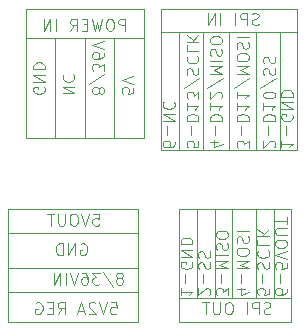
<source format=gbr>
%TF.GenerationSoftware,KiCad,Pcbnew,9.0.2*%
%TF.CreationDate,2025-07-05T13:36:24+12:00*%
%TF.ProjectId,SPI-POWER-INJECTOR,5350492d-504f-4574-9552-2d494e4a4543,rev?*%
%TF.SameCoordinates,Original*%
%TF.FileFunction,Legend,Bot*%
%TF.FilePolarity,Positive*%
%FSLAX46Y46*%
G04 Gerber Fmt 4.6, Leading zero omitted, Abs format (unit mm)*
G04 Created by KiCad (PCBNEW 9.0.2) date 2025-07-05 13:36:24*
%MOMM*%
%LPD*%
G01*
G04 APERTURE LIST*
%ADD10C,0.125000*%
%ADD11C,0.100000*%
G04 APERTURE END LIST*
D10*
X147703478Y-93371119D02*
X148179668Y-93371119D01*
X148179668Y-93371119D02*
X148227287Y-93847309D01*
X148227287Y-93847309D02*
X148179668Y-93799690D01*
X148179668Y-93799690D02*
X148084430Y-93752071D01*
X148084430Y-93752071D02*
X147846335Y-93752071D01*
X147846335Y-93752071D02*
X147751097Y-93799690D01*
X147751097Y-93799690D02*
X147703478Y-93847309D01*
X147703478Y-93847309D02*
X147655859Y-93942547D01*
X147655859Y-93942547D02*
X147655859Y-94180642D01*
X147655859Y-94180642D02*
X147703478Y-94275880D01*
X147703478Y-94275880D02*
X147751097Y-94323500D01*
X147751097Y-94323500D02*
X147846335Y-94371119D01*
X147846335Y-94371119D02*
X148084430Y-94371119D01*
X148084430Y-94371119D02*
X148179668Y-94323500D01*
X148179668Y-94323500D02*
X148227287Y-94275880D01*
X147370144Y-93371119D02*
X147036811Y-94371119D01*
X147036811Y-94371119D02*
X146703478Y-93371119D01*
X146179668Y-93371119D02*
X145989192Y-93371119D01*
X145989192Y-93371119D02*
X145893954Y-93418738D01*
X145893954Y-93418738D02*
X145798716Y-93513976D01*
X145798716Y-93513976D02*
X145751097Y-93704452D01*
X145751097Y-93704452D02*
X145751097Y-94037785D01*
X145751097Y-94037785D02*
X145798716Y-94228261D01*
X145798716Y-94228261D02*
X145893954Y-94323500D01*
X145893954Y-94323500D02*
X145989192Y-94371119D01*
X145989192Y-94371119D02*
X146179668Y-94371119D01*
X146179668Y-94371119D02*
X146274906Y-94323500D01*
X146274906Y-94323500D02*
X146370144Y-94228261D01*
X146370144Y-94228261D02*
X146417763Y-94037785D01*
X146417763Y-94037785D02*
X146417763Y-93704452D01*
X146417763Y-93704452D02*
X146370144Y-93513976D01*
X146370144Y-93513976D02*
X146274906Y-93418738D01*
X146274906Y-93418738D02*
X146179668Y-93371119D01*
X145322525Y-93371119D02*
X145322525Y-94180642D01*
X145322525Y-94180642D02*
X145274906Y-94275880D01*
X145274906Y-94275880D02*
X145227287Y-94323500D01*
X145227287Y-94323500D02*
X145132049Y-94371119D01*
X145132049Y-94371119D02*
X144941573Y-94371119D01*
X144941573Y-94371119D02*
X144846335Y-94323500D01*
X144846335Y-94323500D02*
X144798716Y-94275880D01*
X144798716Y-94275880D02*
X144751097Y-94180642D01*
X144751097Y-94180642D02*
X144751097Y-93371119D01*
X144417763Y-93371119D02*
X143846335Y-93371119D01*
X144132049Y-94371119D02*
X144132049Y-93371119D01*
D11*
X154627580Y-87267544D02*
X154627580Y-87458020D01*
X154627580Y-87458020D02*
X154579961Y-87553258D01*
X154579961Y-87553258D02*
X154532342Y-87600877D01*
X154532342Y-87600877D02*
X154389485Y-87696115D01*
X154389485Y-87696115D02*
X154199009Y-87743734D01*
X154199009Y-87743734D02*
X153818057Y-87743734D01*
X153818057Y-87743734D02*
X153722819Y-87696115D01*
X153722819Y-87696115D02*
X153675200Y-87648496D01*
X153675200Y-87648496D02*
X153627580Y-87553258D01*
X153627580Y-87553258D02*
X153627580Y-87362782D01*
X153627580Y-87362782D02*
X153675200Y-87267544D01*
X153675200Y-87267544D02*
X153722819Y-87219925D01*
X153722819Y-87219925D02*
X153818057Y-87172306D01*
X153818057Y-87172306D02*
X154056152Y-87172306D01*
X154056152Y-87172306D02*
X154151390Y-87219925D01*
X154151390Y-87219925D02*
X154199009Y-87267544D01*
X154199009Y-87267544D02*
X154246628Y-87362782D01*
X154246628Y-87362782D02*
X154246628Y-87553258D01*
X154246628Y-87553258D02*
X154199009Y-87648496D01*
X154199009Y-87648496D02*
X154151390Y-87696115D01*
X154151390Y-87696115D02*
X154056152Y-87743734D01*
X154008533Y-86743734D02*
X154008533Y-85981830D01*
X153627580Y-85505639D02*
X154627580Y-85505639D01*
X154627580Y-85505639D02*
X153627580Y-84934211D01*
X153627580Y-84934211D02*
X154627580Y-84934211D01*
X153722819Y-83886592D02*
X153675200Y-83934211D01*
X153675200Y-83934211D02*
X153627580Y-84077068D01*
X153627580Y-84077068D02*
X153627580Y-84172306D01*
X153627580Y-84172306D02*
X153675200Y-84315163D01*
X153675200Y-84315163D02*
X153770438Y-84410401D01*
X153770438Y-84410401D02*
X153865676Y-84458020D01*
X153865676Y-84458020D02*
X154056152Y-84505639D01*
X154056152Y-84505639D02*
X154199009Y-84505639D01*
X154199009Y-84505639D02*
X154389485Y-84458020D01*
X154389485Y-84458020D02*
X154484723Y-84410401D01*
X154484723Y-84410401D02*
X154579961Y-84315163D01*
X154579961Y-84315163D02*
X154627580Y-84172306D01*
X154627580Y-84172306D02*
X154627580Y-84077068D01*
X154627580Y-84077068D02*
X154579961Y-83934211D01*
X154579961Y-83934211D02*
X154532342Y-83886592D01*
X156627580Y-87219925D02*
X156627580Y-87696115D01*
X156627580Y-87696115D02*
X156151390Y-87743734D01*
X156151390Y-87743734D02*
X156199009Y-87696115D01*
X156199009Y-87696115D02*
X156246628Y-87600877D01*
X156246628Y-87600877D02*
X156246628Y-87362782D01*
X156246628Y-87362782D02*
X156199009Y-87267544D01*
X156199009Y-87267544D02*
X156151390Y-87219925D01*
X156151390Y-87219925D02*
X156056152Y-87172306D01*
X156056152Y-87172306D02*
X155818057Y-87172306D01*
X155818057Y-87172306D02*
X155722819Y-87219925D01*
X155722819Y-87219925D02*
X155675200Y-87267544D01*
X155675200Y-87267544D02*
X155627580Y-87362782D01*
X155627580Y-87362782D02*
X155627580Y-87600877D01*
X155627580Y-87600877D02*
X155675200Y-87696115D01*
X155675200Y-87696115D02*
X155722819Y-87743734D01*
X156008533Y-86743734D02*
X156008533Y-85981830D01*
X155627580Y-85505639D02*
X156627580Y-85505639D01*
X156627580Y-85505639D02*
X156627580Y-85267544D01*
X156627580Y-85267544D02*
X156579961Y-85124687D01*
X156579961Y-85124687D02*
X156484723Y-85029449D01*
X156484723Y-85029449D02*
X156389485Y-84981830D01*
X156389485Y-84981830D02*
X156199009Y-84934211D01*
X156199009Y-84934211D02*
X156056152Y-84934211D01*
X156056152Y-84934211D02*
X155865676Y-84981830D01*
X155865676Y-84981830D02*
X155770438Y-85029449D01*
X155770438Y-85029449D02*
X155675200Y-85124687D01*
X155675200Y-85124687D02*
X155627580Y-85267544D01*
X155627580Y-85267544D02*
X155627580Y-85505639D01*
X155627580Y-83981830D02*
X155627580Y-84553258D01*
X155627580Y-84267544D02*
X156627580Y-84267544D01*
X156627580Y-84267544D02*
X156484723Y-84362782D01*
X156484723Y-84362782D02*
X156389485Y-84458020D01*
X156389485Y-84458020D02*
X156341866Y-84553258D01*
X156627580Y-83648496D02*
X156627580Y-83029449D01*
X156627580Y-83029449D02*
X156246628Y-83362782D01*
X156246628Y-83362782D02*
X156246628Y-83219925D01*
X156246628Y-83219925D02*
X156199009Y-83124687D01*
X156199009Y-83124687D02*
X156151390Y-83077068D01*
X156151390Y-83077068D02*
X156056152Y-83029449D01*
X156056152Y-83029449D02*
X155818057Y-83029449D01*
X155818057Y-83029449D02*
X155722819Y-83077068D01*
X155722819Y-83077068D02*
X155675200Y-83124687D01*
X155675200Y-83124687D02*
X155627580Y-83219925D01*
X155627580Y-83219925D02*
X155627580Y-83505639D01*
X155627580Y-83505639D02*
X155675200Y-83600877D01*
X155675200Y-83600877D02*
X155722819Y-83648496D01*
X156675200Y-81886592D02*
X155389485Y-82743734D01*
X155675200Y-81600877D02*
X155627580Y-81458020D01*
X155627580Y-81458020D02*
X155627580Y-81219925D01*
X155627580Y-81219925D02*
X155675200Y-81124687D01*
X155675200Y-81124687D02*
X155722819Y-81077068D01*
X155722819Y-81077068D02*
X155818057Y-81029449D01*
X155818057Y-81029449D02*
X155913295Y-81029449D01*
X155913295Y-81029449D02*
X156008533Y-81077068D01*
X156008533Y-81077068D02*
X156056152Y-81124687D01*
X156056152Y-81124687D02*
X156103771Y-81219925D01*
X156103771Y-81219925D02*
X156151390Y-81410401D01*
X156151390Y-81410401D02*
X156199009Y-81505639D01*
X156199009Y-81505639D02*
X156246628Y-81553258D01*
X156246628Y-81553258D02*
X156341866Y-81600877D01*
X156341866Y-81600877D02*
X156437104Y-81600877D01*
X156437104Y-81600877D02*
X156532342Y-81553258D01*
X156532342Y-81553258D02*
X156579961Y-81505639D01*
X156579961Y-81505639D02*
X156627580Y-81410401D01*
X156627580Y-81410401D02*
X156627580Y-81172306D01*
X156627580Y-81172306D02*
X156579961Y-81029449D01*
X155722819Y-80029449D02*
X155675200Y-80077068D01*
X155675200Y-80077068D02*
X155627580Y-80219925D01*
X155627580Y-80219925D02*
X155627580Y-80315163D01*
X155627580Y-80315163D02*
X155675200Y-80458020D01*
X155675200Y-80458020D02*
X155770438Y-80553258D01*
X155770438Y-80553258D02*
X155865676Y-80600877D01*
X155865676Y-80600877D02*
X156056152Y-80648496D01*
X156056152Y-80648496D02*
X156199009Y-80648496D01*
X156199009Y-80648496D02*
X156389485Y-80600877D01*
X156389485Y-80600877D02*
X156484723Y-80553258D01*
X156484723Y-80553258D02*
X156579961Y-80458020D01*
X156579961Y-80458020D02*
X156627580Y-80315163D01*
X156627580Y-80315163D02*
X156627580Y-80219925D01*
X156627580Y-80219925D02*
X156579961Y-80077068D01*
X156579961Y-80077068D02*
X156532342Y-80029449D01*
X155627580Y-79124687D02*
X155627580Y-79600877D01*
X155627580Y-79600877D02*
X156627580Y-79600877D01*
X155627580Y-78791353D02*
X156627580Y-78791353D01*
X155627580Y-78219925D02*
X156199009Y-78648496D01*
X156627580Y-78219925D02*
X156056152Y-78791353D01*
X158294247Y-87267544D02*
X157627580Y-87267544D01*
X158675200Y-87505639D02*
X157960914Y-87743734D01*
X157960914Y-87743734D02*
X157960914Y-87124687D01*
X158008533Y-86743734D02*
X158008533Y-85981830D01*
X157627580Y-85505639D02*
X158627580Y-85505639D01*
X158627580Y-85505639D02*
X158627580Y-85267544D01*
X158627580Y-85267544D02*
X158579961Y-85124687D01*
X158579961Y-85124687D02*
X158484723Y-85029449D01*
X158484723Y-85029449D02*
X158389485Y-84981830D01*
X158389485Y-84981830D02*
X158199009Y-84934211D01*
X158199009Y-84934211D02*
X158056152Y-84934211D01*
X158056152Y-84934211D02*
X157865676Y-84981830D01*
X157865676Y-84981830D02*
X157770438Y-85029449D01*
X157770438Y-85029449D02*
X157675200Y-85124687D01*
X157675200Y-85124687D02*
X157627580Y-85267544D01*
X157627580Y-85267544D02*
X157627580Y-85505639D01*
X157627580Y-83981830D02*
X157627580Y-84553258D01*
X157627580Y-84267544D02*
X158627580Y-84267544D01*
X158627580Y-84267544D02*
X158484723Y-84362782D01*
X158484723Y-84362782D02*
X158389485Y-84458020D01*
X158389485Y-84458020D02*
X158341866Y-84553258D01*
X158532342Y-83600877D02*
X158579961Y-83553258D01*
X158579961Y-83553258D02*
X158627580Y-83458020D01*
X158627580Y-83458020D02*
X158627580Y-83219925D01*
X158627580Y-83219925D02*
X158579961Y-83124687D01*
X158579961Y-83124687D02*
X158532342Y-83077068D01*
X158532342Y-83077068D02*
X158437104Y-83029449D01*
X158437104Y-83029449D02*
X158341866Y-83029449D01*
X158341866Y-83029449D02*
X158199009Y-83077068D01*
X158199009Y-83077068D02*
X157627580Y-83648496D01*
X157627580Y-83648496D02*
X157627580Y-83029449D01*
X158675200Y-81886592D02*
X157389485Y-82743734D01*
X157627580Y-81553258D02*
X158627580Y-81553258D01*
X158627580Y-81553258D02*
X157913295Y-81219925D01*
X157913295Y-81219925D02*
X158627580Y-80886592D01*
X158627580Y-80886592D02*
X157627580Y-80886592D01*
X157627580Y-80410401D02*
X158627580Y-80410401D01*
X157675200Y-79981830D02*
X157627580Y-79838973D01*
X157627580Y-79838973D02*
X157627580Y-79600878D01*
X157627580Y-79600878D02*
X157675200Y-79505640D01*
X157675200Y-79505640D02*
X157722819Y-79458021D01*
X157722819Y-79458021D02*
X157818057Y-79410402D01*
X157818057Y-79410402D02*
X157913295Y-79410402D01*
X157913295Y-79410402D02*
X158008533Y-79458021D01*
X158008533Y-79458021D02*
X158056152Y-79505640D01*
X158056152Y-79505640D02*
X158103771Y-79600878D01*
X158103771Y-79600878D02*
X158151390Y-79791354D01*
X158151390Y-79791354D02*
X158199009Y-79886592D01*
X158199009Y-79886592D02*
X158246628Y-79934211D01*
X158246628Y-79934211D02*
X158341866Y-79981830D01*
X158341866Y-79981830D02*
X158437104Y-79981830D01*
X158437104Y-79981830D02*
X158532342Y-79934211D01*
X158532342Y-79934211D02*
X158579961Y-79886592D01*
X158579961Y-79886592D02*
X158627580Y-79791354D01*
X158627580Y-79791354D02*
X158627580Y-79553259D01*
X158627580Y-79553259D02*
X158579961Y-79410402D01*
X158627580Y-78791354D02*
X158627580Y-78600878D01*
X158627580Y-78600878D02*
X158579961Y-78505640D01*
X158579961Y-78505640D02*
X158484723Y-78410402D01*
X158484723Y-78410402D02*
X158294247Y-78362783D01*
X158294247Y-78362783D02*
X157960914Y-78362783D01*
X157960914Y-78362783D02*
X157770438Y-78410402D01*
X157770438Y-78410402D02*
X157675200Y-78505640D01*
X157675200Y-78505640D02*
X157627580Y-78600878D01*
X157627580Y-78600878D02*
X157627580Y-78791354D01*
X157627580Y-78791354D02*
X157675200Y-78886592D01*
X157675200Y-78886592D02*
X157770438Y-78981830D01*
X157770438Y-78981830D02*
X157960914Y-79029449D01*
X157960914Y-79029449D02*
X158294247Y-79029449D01*
X158294247Y-79029449D02*
X158484723Y-78981830D01*
X158484723Y-78981830D02*
X158579961Y-78886592D01*
X158579961Y-78886592D02*
X158627580Y-78791354D01*
X160877580Y-87791353D02*
X160877580Y-87172306D01*
X160877580Y-87172306D02*
X160496628Y-87505639D01*
X160496628Y-87505639D02*
X160496628Y-87362782D01*
X160496628Y-87362782D02*
X160449009Y-87267544D01*
X160449009Y-87267544D02*
X160401390Y-87219925D01*
X160401390Y-87219925D02*
X160306152Y-87172306D01*
X160306152Y-87172306D02*
X160068057Y-87172306D01*
X160068057Y-87172306D02*
X159972819Y-87219925D01*
X159972819Y-87219925D02*
X159925200Y-87267544D01*
X159925200Y-87267544D02*
X159877580Y-87362782D01*
X159877580Y-87362782D02*
X159877580Y-87648496D01*
X159877580Y-87648496D02*
X159925200Y-87743734D01*
X159925200Y-87743734D02*
X159972819Y-87791353D01*
X160258533Y-86743734D02*
X160258533Y-85981830D01*
X159877580Y-85505639D02*
X160877580Y-85505639D01*
X160877580Y-85505639D02*
X160877580Y-85267544D01*
X160877580Y-85267544D02*
X160829961Y-85124687D01*
X160829961Y-85124687D02*
X160734723Y-85029449D01*
X160734723Y-85029449D02*
X160639485Y-84981830D01*
X160639485Y-84981830D02*
X160449009Y-84934211D01*
X160449009Y-84934211D02*
X160306152Y-84934211D01*
X160306152Y-84934211D02*
X160115676Y-84981830D01*
X160115676Y-84981830D02*
X160020438Y-85029449D01*
X160020438Y-85029449D02*
X159925200Y-85124687D01*
X159925200Y-85124687D02*
X159877580Y-85267544D01*
X159877580Y-85267544D02*
X159877580Y-85505639D01*
X159877580Y-83981830D02*
X159877580Y-84553258D01*
X159877580Y-84267544D02*
X160877580Y-84267544D01*
X160877580Y-84267544D02*
X160734723Y-84362782D01*
X160734723Y-84362782D02*
X160639485Y-84458020D01*
X160639485Y-84458020D02*
X160591866Y-84553258D01*
X159877580Y-83029449D02*
X159877580Y-83600877D01*
X159877580Y-83315163D02*
X160877580Y-83315163D01*
X160877580Y-83315163D02*
X160734723Y-83410401D01*
X160734723Y-83410401D02*
X160639485Y-83505639D01*
X160639485Y-83505639D02*
X160591866Y-83600877D01*
X160925200Y-81886592D02*
X159639485Y-82743734D01*
X159877580Y-81553258D02*
X160877580Y-81553258D01*
X160877580Y-81553258D02*
X160163295Y-81219925D01*
X160163295Y-81219925D02*
X160877580Y-80886592D01*
X160877580Y-80886592D02*
X159877580Y-80886592D01*
X160877580Y-80219925D02*
X160877580Y-80029449D01*
X160877580Y-80029449D02*
X160829961Y-79934211D01*
X160829961Y-79934211D02*
X160734723Y-79838973D01*
X160734723Y-79838973D02*
X160544247Y-79791354D01*
X160544247Y-79791354D02*
X160210914Y-79791354D01*
X160210914Y-79791354D02*
X160020438Y-79838973D01*
X160020438Y-79838973D02*
X159925200Y-79934211D01*
X159925200Y-79934211D02*
X159877580Y-80029449D01*
X159877580Y-80029449D02*
X159877580Y-80219925D01*
X159877580Y-80219925D02*
X159925200Y-80315163D01*
X159925200Y-80315163D02*
X160020438Y-80410401D01*
X160020438Y-80410401D02*
X160210914Y-80458020D01*
X160210914Y-80458020D02*
X160544247Y-80458020D01*
X160544247Y-80458020D02*
X160734723Y-80410401D01*
X160734723Y-80410401D02*
X160829961Y-80315163D01*
X160829961Y-80315163D02*
X160877580Y-80219925D01*
X159925200Y-79410401D02*
X159877580Y-79267544D01*
X159877580Y-79267544D02*
X159877580Y-79029449D01*
X159877580Y-79029449D02*
X159925200Y-78934211D01*
X159925200Y-78934211D02*
X159972819Y-78886592D01*
X159972819Y-78886592D02*
X160068057Y-78838973D01*
X160068057Y-78838973D02*
X160163295Y-78838973D01*
X160163295Y-78838973D02*
X160258533Y-78886592D01*
X160258533Y-78886592D02*
X160306152Y-78934211D01*
X160306152Y-78934211D02*
X160353771Y-79029449D01*
X160353771Y-79029449D02*
X160401390Y-79219925D01*
X160401390Y-79219925D02*
X160449009Y-79315163D01*
X160449009Y-79315163D02*
X160496628Y-79362782D01*
X160496628Y-79362782D02*
X160591866Y-79410401D01*
X160591866Y-79410401D02*
X160687104Y-79410401D01*
X160687104Y-79410401D02*
X160782342Y-79362782D01*
X160782342Y-79362782D02*
X160829961Y-79315163D01*
X160829961Y-79315163D02*
X160877580Y-79219925D01*
X160877580Y-79219925D02*
X160877580Y-78981830D01*
X160877580Y-78981830D02*
X160829961Y-78838973D01*
X159877580Y-78410401D02*
X160877580Y-78410401D01*
X163032342Y-87743734D02*
X163079961Y-87696115D01*
X163079961Y-87696115D02*
X163127580Y-87600877D01*
X163127580Y-87600877D02*
X163127580Y-87362782D01*
X163127580Y-87362782D02*
X163079961Y-87267544D01*
X163079961Y-87267544D02*
X163032342Y-87219925D01*
X163032342Y-87219925D02*
X162937104Y-87172306D01*
X162937104Y-87172306D02*
X162841866Y-87172306D01*
X162841866Y-87172306D02*
X162699009Y-87219925D01*
X162699009Y-87219925D02*
X162127580Y-87791353D01*
X162127580Y-87791353D02*
X162127580Y-87172306D01*
X162508533Y-86743734D02*
X162508533Y-85981830D01*
X162127580Y-85505639D02*
X163127580Y-85505639D01*
X163127580Y-85505639D02*
X163127580Y-85267544D01*
X163127580Y-85267544D02*
X163079961Y-85124687D01*
X163079961Y-85124687D02*
X162984723Y-85029449D01*
X162984723Y-85029449D02*
X162889485Y-84981830D01*
X162889485Y-84981830D02*
X162699009Y-84934211D01*
X162699009Y-84934211D02*
X162556152Y-84934211D01*
X162556152Y-84934211D02*
X162365676Y-84981830D01*
X162365676Y-84981830D02*
X162270438Y-85029449D01*
X162270438Y-85029449D02*
X162175200Y-85124687D01*
X162175200Y-85124687D02*
X162127580Y-85267544D01*
X162127580Y-85267544D02*
X162127580Y-85505639D01*
X162127580Y-83981830D02*
X162127580Y-84553258D01*
X162127580Y-84267544D02*
X163127580Y-84267544D01*
X163127580Y-84267544D02*
X162984723Y-84362782D01*
X162984723Y-84362782D02*
X162889485Y-84458020D01*
X162889485Y-84458020D02*
X162841866Y-84553258D01*
X163127580Y-83362782D02*
X163127580Y-83267544D01*
X163127580Y-83267544D02*
X163079961Y-83172306D01*
X163079961Y-83172306D02*
X163032342Y-83124687D01*
X163032342Y-83124687D02*
X162937104Y-83077068D01*
X162937104Y-83077068D02*
X162746628Y-83029449D01*
X162746628Y-83029449D02*
X162508533Y-83029449D01*
X162508533Y-83029449D02*
X162318057Y-83077068D01*
X162318057Y-83077068D02*
X162222819Y-83124687D01*
X162222819Y-83124687D02*
X162175200Y-83172306D01*
X162175200Y-83172306D02*
X162127580Y-83267544D01*
X162127580Y-83267544D02*
X162127580Y-83362782D01*
X162127580Y-83362782D02*
X162175200Y-83458020D01*
X162175200Y-83458020D02*
X162222819Y-83505639D01*
X162222819Y-83505639D02*
X162318057Y-83553258D01*
X162318057Y-83553258D02*
X162508533Y-83600877D01*
X162508533Y-83600877D02*
X162746628Y-83600877D01*
X162746628Y-83600877D02*
X162937104Y-83553258D01*
X162937104Y-83553258D02*
X163032342Y-83505639D01*
X163032342Y-83505639D02*
X163079961Y-83458020D01*
X163079961Y-83458020D02*
X163127580Y-83362782D01*
X163175200Y-81886592D02*
X161889485Y-82743734D01*
X162175200Y-81600877D02*
X162127580Y-81458020D01*
X162127580Y-81458020D02*
X162127580Y-81219925D01*
X162127580Y-81219925D02*
X162175200Y-81124687D01*
X162175200Y-81124687D02*
X162222819Y-81077068D01*
X162222819Y-81077068D02*
X162318057Y-81029449D01*
X162318057Y-81029449D02*
X162413295Y-81029449D01*
X162413295Y-81029449D02*
X162508533Y-81077068D01*
X162508533Y-81077068D02*
X162556152Y-81124687D01*
X162556152Y-81124687D02*
X162603771Y-81219925D01*
X162603771Y-81219925D02*
X162651390Y-81410401D01*
X162651390Y-81410401D02*
X162699009Y-81505639D01*
X162699009Y-81505639D02*
X162746628Y-81553258D01*
X162746628Y-81553258D02*
X162841866Y-81600877D01*
X162841866Y-81600877D02*
X162937104Y-81600877D01*
X162937104Y-81600877D02*
X163032342Y-81553258D01*
X163032342Y-81553258D02*
X163079961Y-81505639D01*
X163079961Y-81505639D02*
X163127580Y-81410401D01*
X163127580Y-81410401D02*
X163127580Y-81172306D01*
X163127580Y-81172306D02*
X163079961Y-81029449D01*
X162175200Y-80648496D02*
X162127580Y-80505639D01*
X162127580Y-80505639D02*
X162127580Y-80267544D01*
X162127580Y-80267544D02*
X162175200Y-80172306D01*
X162175200Y-80172306D02*
X162222819Y-80124687D01*
X162222819Y-80124687D02*
X162318057Y-80077068D01*
X162318057Y-80077068D02*
X162413295Y-80077068D01*
X162413295Y-80077068D02*
X162508533Y-80124687D01*
X162508533Y-80124687D02*
X162556152Y-80172306D01*
X162556152Y-80172306D02*
X162603771Y-80267544D01*
X162603771Y-80267544D02*
X162651390Y-80458020D01*
X162651390Y-80458020D02*
X162699009Y-80553258D01*
X162699009Y-80553258D02*
X162746628Y-80600877D01*
X162746628Y-80600877D02*
X162841866Y-80648496D01*
X162841866Y-80648496D02*
X162937104Y-80648496D01*
X162937104Y-80648496D02*
X163032342Y-80600877D01*
X163032342Y-80600877D02*
X163079961Y-80553258D01*
X163079961Y-80553258D02*
X163127580Y-80458020D01*
X163127580Y-80458020D02*
X163127580Y-80219925D01*
X163127580Y-80219925D02*
X163079961Y-80077068D01*
X163627580Y-87172306D02*
X163627580Y-87743734D01*
X163627580Y-87458020D02*
X164627580Y-87458020D01*
X164627580Y-87458020D02*
X164484723Y-87553258D01*
X164484723Y-87553258D02*
X164389485Y-87648496D01*
X164389485Y-87648496D02*
X164341866Y-87743734D01*
X164008533Y-86743734D02*
X164008533Y-85981830D01*
X164579961Y-84981830D02*
X164627580Y-85077068D01*
X164627580Y-85077068D02*
X164627580Y-85219925D01*
X164627580Y-85219925D02*
X164579961Y-85362782D01*
X164579961Y-85362782D02*
X164484723Y-85458020D01*
X164484723Y-85458020D02*
X164389485Y-85505639D01*
X164389485Y-85505639D02*
X164199009Y-85553258D01*
X164199009Y-85553258D02*
X164056152Y-85553258D01*
X164056152Y-85553258D02*
X163865676Y-85505639D01*
X163865676Y-85505639D02*
X163770438Y-85458020D01*
X163770438Y-85458020D02*
X163675200Y-85362782D01*
X163675200Y-85362782D02*
X163627580Y-85219925D01*
X163627580Y-85219925D02*
X163627580Y-85124687D01*
X163627580Y-85124687D02*
X163675200Y-84981830D01*
X163675200Y-84981830D02*
X163722819Y-84934211D01*
X163722819Y-84934211D02*
X164056152Y-84934211D01*
X164056152Y-84934211D02*
X164056152Y-85124687D01*
X163627580Y-84505639D02*
X164627580Y-84505639D01*
X164627580Y-84505639D02*
X163627580Y-83934211D01*
X163627580Y-83934211D02*
X164627580Y-83934211D01*
X163627580Y-83458020D02*
X164627580Y-83458020D01*
X164627580Y-83458020D02*
X164627580Y-83219925D01*
X164627580Y-83219925D02*
X164579961Y-83077068D01*
X164579961Y-83077068D02*
X164484723Y-82981830D01*
X164484723Y-82981830D02*
X164389485Y-82934211D01*
X164389485Y-82934211D02*
X164199009Y-82886592D01*
X164199009Y-82886592D02*
X164056152Y-82886592D01*
X164056152Y-82886592D02*
X163865676Y-82934211D01*
X163865676Y-82934211D02*
X163770438Y-82981830D01*
X163770438Y-82981830D02*
X163675200Y-83077068D01*
X163675200Y-83077068D02*
X163627580Y-83219925D01*
X163627580Y-83219925D02*
X163627580Y-83458020D01*
X155127580Y-99672306D02*
X155127580Y-100243734D01*
X155127580Y-99958020D02*
X156127580Y-99958020D01*
X156127580Y-99958020D02*
X155984723Y-100053258D01*
X155984723Y-100053258D02*
X155889485Y-100148496D01*
X155889485Y-100148496D02*
X155841866Y-100243734D01*
X155508533Y-99243734D02*
X155508533Y-98481830D01*
X156079961Y-97481830D02*
X156127580Y-97577068D01*
X156127580Y-97577068D02*
X156127580Y-97719925D01*
X156127580Y-97719925D02*
X156079961Y-97862782D01*
X156079961Y-97862782D02*
X155984723Y-97958020D01*
X155984723Y-97958020D02*
X155889485Y-98005639D01*
X155889485Y-98005639D02*
X155699009Y-98053258D01*
X155699009Y-98053258D02*
X155556152Y-98053258D01*
X155556152Y-98053258D02*
X155365676Y-98005639D01*
X155365676Y-98005639D02*
X155270438Y-97958020D01*
X155270438Y-97958020D02*
X155175200Y-97862782D01*
X155175200Y-97862782D02*
X155127580Y-97719925D01*
X155127580Y-97719925D02*
X155127580Y-97624687D01*
X155127580Y-97624687D02*
X155175200Y-97481830D01*
X155175200Y-97481830D02*
X155222819Y-97434211D01*
X155222819Y-97434211D02*
X155556152Y-97434211D01*
X155556152Y-97434211D02*
X155556152Y-97624687D01*
X155127580Y-97005639D02*
X156127580Y-97005639D01*
X156127580Y-97005639D02*
X155127580Y-96434211D01*
X155127580Y-96434211D02*
X156127580Y-96434211D01*
X155127580Y-95958020D02*
X156127580Y-95958020D01*
X156127580Y-95958020D02*
X156127580Y-95719925D01*
X156127580Y-95719925D02*
X156079961Y-95577068D01*
X156079961Y-95577068D02*
X155984723Y-95481830D01*
X155984723Y-95481830D02*
X155889485Y-95434211D01*
X155889485Y-95434211D02*
X155699009Y-95386592D01*
X155699009Y-95386592D02*
X155556152Y-95386592D01*
X155556152Y-95386592D02*
X155365676Y-95434211D01*
X155365676Y-95434211D02*
X155270438Y-95481830D01*
X155270438Y-95481830D02*
X155175200Y-95577068D01*
X155175200Y-95577068D02*
X155127580Y-95719925D01*
X155127580Y-95719925D02*
X155127580Y-95958020D01*
X164127580Y-99767544D02*
X164127580Y-99958020D01*
X164127580Y-99958020D02*
X164079961Y-100053258D01*
X164079961Y-100053258D02*
X164032342Y-100100877D01*
X164032342Y-100100877D02*
X163889485Y-100196115D01*
X163889485Y-100196115D02*
X163699009Y-100243734D01*
X163699009Y-100243734D02*
X163318057Y-100243734D01*
X163318057Y-100243734D02*
X163222819Y-100196115D01*
X163222819Y-100196115D02*
X163175200Y-100148496D01*
X163175200Y-100148496D02*
X163127580Y-100053258D01*
X163127580Y-100053258D02*
X163127580Y-99862782D01*
X163127580Y-99862782D02*
X163175200Y-99767544D01*
X163175200Y-99767544D02*
X163222819Y-99719925D01*
X163222819Y-99719925D02*
X163318057Y-99672306D01*
X163318057Y-99672306D02*
X163556152Y-99672306D01*
X163556152Y-99672306D02*
X163651390Y-99719925D01*
X163651390Y-99719925D02*
X163699009Y-99767544D01*
X163699009Y-99767544D02*
X163746628Y-99862782D01*
X163746628Y-99862782D02*
X163746628Y-100053258D01*
X163746628Y-100053258D02*
X163699009Y-100148496D01*
X163699009Y-100148496D02*
X163651390Y-100196115D01*
X163651390Y-100196115D02*
X163556152Y-100243734D01*
X163508533Y-99243734D02*
X163508533Y-98481830D01*
X164127580Y-97529449D02*
X164127580Y-98005639D01*
X164127580Y-98005639D02*
X163651390Y-98053258D01*
X163651390Y-98053258D02*
X163699009Y-98005639D01*
X163699009Y-98005639D02*
X163746628Y-97910401D01*
X163746628Y-97910401D02*
X163746628Y-97672306D01*
X163746628Y-97672306D02*
X163699009Y-97577068D01*
X163699009Y-97577068D02*
X163651390Y-97529449D01*
X163651390Y-97529449D02*
X163556152Y-97481830D01*
X163556152Y-97481830D02*
X163318057Y-97481830D01*
X163318057Y-97481830D02*
X163222819Y-97529449D01*
X163222819Y-97529449D02*
X163175200Y-97577068D01*
X163175200Y-97577068D02*
X163127580Y-97672306D01*
X163127580Y-97672306D02*
X163127580Y-97910401D01*
X163127580Y-97910401D02*
X163175200Y-98005639D01*
X163175200Y-98005639D02*
X163222819Y-98053258D01*
X164127580Y-97196115D02*
X163127580Y-96862782D01*
X163127580Y-96862782D02*
X164127580Y-96529449D01*
X164127580Y-96005639D02*
X164127580Y-95815163D01*
X164127580Y-95815163D02*
X164079961Y-95719925D01*
X164079961Y-95719925D02*
X163984723Y-95624687D01*
X163984723Y-95624687D02*
X163794247Y-95577068D01*
X163794247Y-95577068D02*
X163460914Y-95577068D01*
X163460914Y-95577068D02*
X163270438Y-95624687D01*
X163270438Y-95624687D02*
X163175200Y-95719925D01*
X163175200Y-95719925D02*
X163127580Y-95815163D01*
X163127580Y-95815163D02*
X163127580Y-96005639D01*
X163127580Y-96005639D02*
X163175200Y-96100877D01*
X163175200Y-96100877D02*
X163270438Y-96196115D01*
X163270438Y-96196115D02*
X163460914Y-96243734D01*
X163460914Y-96243734D02*
X163794247Y-96243734D01*
X163794247Y-96243734D02*
X163984723Y-96196115D01*
X163984723Y-96196115D02*
X164079961Y-96100877D01*
X164079961Y-96100877D02*
X164127580Y-96005639D01*
X164127580Y-95148496D02*
X163318057Y-95148496D01*
X163318057Y-95148496D02*
X163222819Y-95100877D01*
X163222819Y-95100877D02*
X163175200Y-95053258D01*
X163175200Y-95053258D02*
X163127580Y-94958020D01*
X163127580Y-94958020D02*
X163127580Y-94767544D01*
X163127580Y-94767544D02*
X163175200Y-94672306D01*
X163175200Y-94672306D02*
X163222819Y-94624687D01*
X163222819Y-94624687D02*
X163318057Y-94577068D01*
X163318057Y-94577068D02*
X164127580Y-94577068D01*
X164127580Y-94243734D02*
X164127580Y-93672306D01*
X163127580Y-93958020D02*
X164127580Y-93958020D01*
X162627580Y-99719925D02*
X162627580Y-100196115D01*
X162627580Y-100196115D02*
X162151390Y-100243734D01*
X162151390Y-100243734D02*
X162199009Y-100196115D01*
X162199009Y-100196115D02*
X162246628Y-100100877D01*
X162246628Y-100100877D02*
X162246628Y-99862782D01*
X162246628Y-99862782D02*
X162199009Y-99767544D01*
X162199009Y-99767544D02*
X162151390Y-99719925D01*
X162151390Y-99719925D02*
X162056152Y-99672306D01*
X162056152Y-99672306D02*
X161818057Y-99672306D01*
X161818057Y-99672306D02*
X161722819Y-99719925D01*
X161722819Y-99719925D02*
X161675200Y-99767544D01*
X161675200Y-99767544D02*
X161627580Y-99862782D01*
X161627580Y-99862782D02*
X161627580Y-100100877D01*
X161627580Y-100100877D02*
X161675200Y-100196115D01*
X161675200Y-100196115D02*
X161722819Y-100243734D01*
X162008533Y-99243734D02*
X162008533Y-98481830D01*
X161675200Y-98053258D02*
X161627580Y-97910401D01*
X161627580Y-97910401D02*
X161627580Y-97672306D01*
X161627580Y-97672306D02*
X161675200Y-97577068D01*
X161675200Y-97577068D02*
X161722819Y-97529449D01*
X161722819Y-97529449D02*
X161818057Y-97481830D01*
X161818057Y-97481830D02*
X161913295Y-97481830D01*
X161913295Y-97481830D02*
X162008533Y-97529449D01*
X162008533Y-97529449D02*
X162056152Y-97577068D01*
X162056152Y-97577068D02*
X162103771Y-97672306D01*
X162103771Y-97672306D02*
X162151390Y-97862782D01*
X162151390Y-97862782D02*
X162199009Y-97958020D01*
X162199009Y-97958020D02*
X162246628Y-98005639D01*
X162246628Y-98005639D02*
X162341866Y-98053258D01*
X162341866Y-98053258D02*
X162437104Y-98053258D01*
X162437104Y-98053258D02*
X162532342Y-98005639D01*
X162532342Y-98005639D02*
X162579961Y-97958020D01*
X162579961Y-97958020D02*
X162627580Y-97862782D01*
X162627580Y-97862782D02*
X162627580Y-97624687D01*
X162627580Y-97624687D02*
X162579961Y-97481830D01*
X161722819Y-96481830D02*
X161675200Y-96529449D01*
X161675200Y-96529449D02*
X161627580Y-96672306D01*
X161627580Y-96672306D02*
X161627580Y-96767544D01*
X161627580Y-96767544D02*
X161675200Y-96910401D01*
X161675200Y-96910401D02*
X161770438Y-97005639D01*
X161770438Y-97005639D02*
X161865676Y-97053258D01*
X161865676Y-97053258D02*
X162056152Y-97100877D01*
X162056152Y-97100877D02*
X162199009Y-97100877D01*
X162199009Y-97100877D02*
X162389485Y-97053258D01*
X162389485Y-97053258D02*
X162484723Y-97005639D01*
X162484723Y-97005639D02*
X162579961Y-96910401D01*
X162579961Y-96910401D02*
X162627580Y-96767544D01*
X162627580Y-96767544D02*
X162627580Y-96672306D01*
X162627580Y-96672306D02*
X162579961Y-96529449D01*
X162579961Y-96529449D02*
X162532342Y-96481830D01*
X161627580Y-95577068D02*
X161627580Y-96053258D01*
X161627580Y-96053258D02*
X162627580Y-96053258D01*
X161627580Y-95243734D02*
X162627580Y-95243734D01*
X161627580Y-94672306D02*
X162199009Y-95100877D01*
X162627580Y-94672306D02*
X162056152Y-95243734D01*
X160544247Y-99767544D02*
X159877580Y-99767544D01*
X160925200Y-100005639D02*
X160210914Y-100243734D01*
X160210914Y-100243734D02*
X160210914Y-99624687D01*
X160258533Y-99243734D02*
X160258533Y-98481830D01*
X159877580Y-98005639D02*
X160877580Y-98005639D01*
X160877580Y-98005639D02*
X160163295Y-97672306D01*
X160163295Y-97672306D02*
X160877580Y-97338973D01*
X160877580Y-97338973D02*
X159877580Y-97338973D01*
X160877580Y-96672306D02*
X160877580Y-96481830D01*
X160877580Y-96481830D02*
X160829961Y-96386592D01*
X160829961Y-96386592D02*
X160734723Y-96291354D01*
X160734723Y-96291354D02*
X160544247Y-96243735D01*
X160544247Y-96243735D02*
X160210914Y-96243735D01*
X160210914Y-96243735D02*
X160020438Y-96291354D01*
X160020438Y-96291354D02*
X159925200Y-96386592D01*
X159925200Y-96386592D02*
X159877580Y-96481830D01*
X159877580Y-96481830D02*
X159877580Y-96672306D01*
X159877580Y-96672306D02*
X159925200Y-96767544D01*
X159925200Y-96767544D02*
X160020438Y-96862782D01*
X160020438Y-96862782D02*
X160210914Y-96910401D01*
X160210914Y-96910401D02*
X160544247Y-96910401D01*
X160544247Y-96910401D02*
X160734723Y-96862782D01*
X160734723Y-96862782D02*
X160829961Y-96767544D01*
X160829961Y-96767544D02*
X160877580Y-96672306D01*
X159925200Y-95862782D02*
X159877580Y-95719925D01*
X159877580Y-95719925D02*
X159877580Y-95481830D01*
X159877580Y-95481830D02*
X159925200Y-95386592D01*
X159925200Y-95386592D02*
X159972819Y-95338973D01*
X159972819Y-95338973D02*
X160068057Y-95291354D01*
X160068057Y-95291354D02*
X160163295Y-95291354D01*
X160163295Y-95291354D02*
X160258533Y-95338973D01*
X160258533Y-95338973D02*
X160306152Y-95386592D01*
X160306152Y-95386592D02*
X160353771Y-95481830D01*
X160353771Y-95481830D02*
X160401390Y-95672306D01*
X160401390Y-95672306D02*
X160449009Y-95767544D01*
X160449009Y-95767544D02*
X160496628Y-95815163D01*
X160496628Y-95815163D02*
X160591866Y-95862782D01*
X160591866Y-95862782D02*
X160687104Y-95862782D01*
X160687104Y-95862782D02*
X160782342Y-95815163D01*
X160782342Y-95815163D02*
X160829961Y-95767544D01*
X160829961Y-95767544D02*
X160877580Y-95672306D01*
X160877580Y-95672306D02*
X160877580Y-95434211D01*
X160877580Y-95434211D02*
X160829961Y-95291354D01*
X159877580Y-94862782D02*
X160877580Y-94862782D01*
X159127580Y-100291353D02*
X159127580Y-99672306D01*
X159127580Y-99672306D02*
X158746628Y-100005639D01*
X158746628Y-100005639D02*
X158746628Y-99862782D01*
X158746628Y-99862782D02*
X158699009Y-99767544D01*
X158699009Y-99767544D02*
X158651390Y-99719925D01*
X158651390Y-99719925D02*
X158556152Y-99672306D01*
X158556152Y-99672306D02*
X158318057Y-99672306D01*
X158318057Y-99672306D02*
X158222819Y-99719925D01*
X158222819Y-99719925D02*
X158175200Y-99767544D01*
X158175200Y-99767544D02*
X158127580Y-99862782D01*
X158127580Y-99862782D02*
X158127580Y-100148496D01*
X158127580Y-100148496D02*
X158175200Y-100243734D01*
X158175200Y-100243734D02*
X158222819Y-100291353D01*
X158508533Y-99243734D02*
X158508533Y-98481830D01*
X158127580Y-98005639D02*
X159127580Y-98005639D01*
X159127580Y-98005639D02*
X158413295Y-97672306D01*
X158413295Y-97672306D02*
X159127580Y-97338973D01*
X159127580Y-97338973D02*
X158127580Y-97338973D01*
X158127580Y-96862782D02*
X159127580Y-96862782D01*
X158175200Y-96434211D02*
X158127580Y-96291354D01*
X158127580Y-96291354D02*
X158127580Y-96053259D01*
X158127580Y-96053259D02*
X158175200Y-95958021D01*
X158175200Y-95958021D02*
X158222819Y-95910402D01*
X158222819Y-95910402D02*
X158318057Y-95862783D01*
X158318057Y-95862783D02*
X158413295Y-95862783D01*
X158413295Y-95862783D02*
X158508533Y-95910402D01*
X158508533Y-95910402D02*
X158556152Y-95958021D01*
X158556152Y-95958021D02*
X158603771Y-96053259D01*
X158603771Y-96053259D02*
X158651390Y-96243735D01*
X158651390Y-96243735D02*
X158699009Y-96338973D01*
X158699009Y-96338973D02*
X158746628Y-96386592D01*
X158746628Y-96386592D02*
X158841866Y-96434211D01*
X158841866Y-96434211D02*
X158937104Y-96434211D01*
X158937104Y-96434211D02*
X159032342Y-96386592D01*
X159032342Y-96386592D02*
X159079961Y-96338973D01*
X159079961Y-96338973D02*
X159127580Y-96243735D01*
X159127580Y-96243735D02*
X159127580Y-96005640D01*
X159127580Y-96005640D02*
X159079961Y-95862783D01*
X159127580Y-95243735D02*
X159127580Y-95053259D01*
X159127580Y-95053259D02*
X159079961Y-94958021D01*
X159079961Y-94958021D02*
X158984723Y-94862783D01*
X158984723Y-94862783D02*
X158794247Y-94815164D01*
X158794247Y-94815164D02*
X158460914Y-94815164D01*
X158460914Y-94815164D02*
X158270438Y-94862783D01*
X158270438Y-94862783D02*
X158175200Y-94958021D01*
X158175200Y-94958021D02*
X158127580Y-95053259D01*
X158127580Y-95053259D02*
X158127580Y-95243735D01*
X158127580Y-95243735D02*
X158175200Y-95338973D01*
X158175200Y-95338973D02*
X158270438Y-95434211D01*
X158270438Y-95434211D02*
X158460914Y-95481830D01*
X158460914Y-95481830D02*
X158794247Y-95481830D01*
X158794247Y-95481830D02*
X158984723Y-95434211D01*
X158984723Y-95434211D02*
X159079961Y-95338973D01*
X159079961Y-95338973D02*
X159127580Y-95243735D01*
X157532342Y-100243734D02*
X157579961Y-100196115D01*
X157579961Y-100196115D02*
X157627580Y-100100877D01*
X157627580Y-100100877D02*
X157627580Y-99862782D01*
X157627580Y-99862782D02*
X157579961Y-99767544D01*
X157579961Y-99767544D02*
X157532342Y-99719925D01*
X157532342Y-99719925D02*
X157437104Y-99672306D01*
X157437104Y-99672306D02*
X157341866Y-99672306D01*
X157341866Y-99672306D02*
X157199009Y-99719925D01*
X157199009Y-99719925D02*
X156627580Y-100291353D01*
X156627580Y-100291353D02*
X156627580Y-99672306D01*
X157008533Y-99243734D02*
X157008533Y-98481830D01*
X156675200Y-98053258D02*
X156627580Y-97910401D01*
X156627580Y-97910401D02*
X156627580Y-97672306D01*
X156627580Y-97672306D02*
X156675200Y-97577068D01*
X156675200Y-97577068D02*
X156722819Y-97529449D01*
X156722819Y-97529449D02*
X156818057Y-97481830D01*
X156818057Y-97481830D02*
X156913295Y-97481830D01*
X156913295Y-97481830D02*
X157008533Y-97529449D01*
X157008533Y-97529449D02*
X157056152Y-97577068D01*
X157056152Y-97577068D02*
X157103771Y-97672306D01*
X157103771Y-97672306D02*
X157151390Y-97862782D01*
X157151390Y-97862782D02*
X157199009Y-97958020D01*
X157199009Y-97958020D02*
X157246628Y-98005639D01*
X157246628Y-98005639D02*
X157341866Y-98053258D01*
X157341866Y-98053258D02*
X157437104Y-98053258D01*
X157437104Y-98053258D02*
X157532342Y-98005639D01*
X157532342Y-98005639D02*
X157579961Y-97958020D01*
X157579961Y-97958020D02*
X157627580Y-97862782D01*
X157627580Y-97862782D02*
X157627580Y-97624687D01*
X157627580Y-97624687D02*
X157579961Y-97481830D01*
X156675200Y-97100877D02*
X156627580Y-96958020D01*
X156627580Y-96958020D02*
X156627580Y-96719925D01*
X156627580Y-96719925D02*
X156675200Y-96624687D01*
X156675200Y-96624687D02*
X156722819Y-96577068D01*
X156722819Y-96577068D02*
X156818057Y-96529449D01*
X156818057Y-96529449D02*
X156913295Y-96529449D01*
X156913295Y-96529449D02*
X157008533Y-96577068D01*
X157008533Y-96577068D02*
X157056152Y-96624687D01*
X157056152Y-96624687D02*
X157103771Y-96719925D01*
X157103771Y-96719925D02*
X157151390Y-96910401D01*
X157151390Y-96910401D02*
X157199009Y-97005639D01*
X157199009Y-97005639D02*
X157246628Y-97053258D01*
X157246628Y-97053258D02*
X157341866Y-97100877D01*
X157341866Y-97100877D02*
X157437104Y-97100877D01*
X157437104Y-97100877D02*
X157532342Y-97053258D01*
X157532342Y-97053258D02*
X157579961Y-97005639D01*
X157579961Y-97005639D02*
X157627580Y-96910401D01*
X157627580Y-96910401D02*
X157627580Y-96672306D01*
X157627580Y-96672306D02*
X157579961Y-96529449D01*
D10*
X161727287Y-77323500D02*
X161584430Y-77371119D01*
X161584430Y-77371119D02*
X161346335Y-77371119D01*
X161346335Y-77371119D02*
X161251097Y-77323500D01*
X161251097Y-77323500D02*
X161203478Y-77275880D01*
X161203478Y-77275880D02*
X161155859Y-77180642D01*
X161155859Y-77180642D02*
X161155859Y-77085404D01*
X161155859Y-77085404D02*
X161203478Y-76990166D01*
X161203478Y-76990166D02*
X161251097Y-76942547D01*
X161251097Y-76942547D02*
X161346335Y-76894928D01*
X161346335Y-76894928D02*
X161536811Y-76847309D01*
X161536811Y-76847309D02*
X161632049Y-76799690D01*
X161632049Y-76799690D02*
X161679668Y-76752071D01*
X161679668Y-76752071D02*
X161727287Y-76656833D01*
X161727287Y-76656833D02*
X161727287Y-76561595D01*
X161727287Y-76561595D02*
X161679668Y-76466357D01*
X161679668Y-76466357D02*
X161632049Y-76418738D01*
X161632049Y-76418738D02*
X161536811Y-76371119D01*
X161536811Y-76371119D02*
X161298716Y-76371119D01*
X161298716Y-76371119D02*
X161155859Y-76418738D01*
X160727287Y-77371119D02*
X160727287Y-76371119D01*
X160727287Y-76371119D02*
X160346335Y-76371119D01*
X160346335Y-76371119D02*
X160251097Y-76418738D01*
X160251097Y-76418738D02*
X160203478Y-76466357D01*
X160203478Y-76466357D02*
X160155859Y-76561595D01*
X160155859Y-76561595D02*
X160155859Y-76704452D01*
X160155859Y-76704452D02*
X160203478Y-76799690D01*
X160203478Y-76799690D02*
X160251097Y-76847309D01*
X160251097Y-76847309D02*
X160346335Y-76894928D01*
X160346335Y-76894928D02*
X160727287Y-76894928D01*
X159727287Y-77371119D02*
X159727287Y-76371119D01*
X158489192Y-77371119D02*
X158489192Y-76371119D01*
X158013002Y-77371119D02*
X158013002Y-76371119D01*
X158013002Y-76371119D02*
X157441574Y-77371119D01*
X157441574Y-77371119D02*
X157441574Y-76371119D01*
D11*
X153500000Y-76000000D02*
X165000000Y-76000000D01*
X165000000Y-78000000D01*
X153500000Y-78000000D01*
X153500000Y-76000000D01*
X163500000Y-78000000D02*
X165000000Y-78000000D01*
X165000000Y-88000000D01*
X163500000Y-88000000D01*
X163500000Y-78000000D01*
X153500000Y-78000000D02*
X155000000Y-78000000D01*
X155000000Y-88000000D01*
X153500000Y-88000000D01*
X153500000Y-78000000D01*
X161500000Y-78000000D02*
X163500000Y-78000000D01*
X163500000Y-88000000D01*
X161500000Y-88000000D01*
X161500000Y-78000000D01*
X155000000Y-78000000D02*
X157000000Y-78000000D01*
X157000000Y-88000000D01*
X155000000Y-88000000D01*
X155000000Y-78000000D01*
X159250000Y-78000000D02*
X161500000Y-78000000D01*
X161500000Y-88000000D01*
X159250000Y-88000000D01*
X159250000Y-78000000D01*
X157000000Y-78000000D02*
X159250000Y-78000000D01*
X159250000Y-88000000D01*
X157000000Y-88000000D01*
X157000000Y-78000000D01*
D10*
X162727287Y-101823500D02*
X162584430Y-101871119D01*
X162584430Y-101871119D02*
X162346335Y-101871119D01*
X162346335Y-101871119D02*
X162251097Y-101823500D01*
X162251097Y-101823500D02*
X162203478Y-101775880D01*
X162203478Y-101775880D02*
X162155859Y-101680642D01*
X162155859Y-101680642D02*
X162155859Y-101585404D01*
X162155859Y-101585404D02*
X162203478Y-101490166D01*
X162203478Y-101490166D02*
X162251097Y-101442547D01*
X162251097Y-101442547D02*
X162346335Y-101394928D01*
X162346335Y-101394928D02*
X162536811Y-101347309D01*
X162536811Y-101347309D02*
X162632049Y-101299690D01*
X162632049Y-101299690D02*
X162679668Y-101252071D01*
X162679668Y-101252071D02*
X162727287Y-101156833D01*
X162727287Y-101156833D02*
X162727287Y-101061595D01*
X162727287Y-101061595D02*
X162679668Y-100966357D01*
X162679668Y-100966357D02*
X162632049Y-100918738D01*
X162632049Y-100918738D02*
X162536811Y-100871119D01*
X162536811Y-100871119D02*
X162298716Y-100871119D01*
X162298716Y-100871119D02*
X162155859Y-100918738D01*
X161727287Y-101871119D02*
X161727287Y-100871119D01*
X161727287Y-100871119D02*
X161346335Y-100871119D01*
X161346335Y-100871119D02*
X161251097Y-100918738D01*
X161251097Y-100918738D02*
X161203478Y-100966357D01*
X161203478Y-100966357D02*
X161155859Y-101061595D01*
X161155859Y-101061595D02*
X161155859Y-101204452D01*
X161155859Y-101204452D02*
X161203478Y-101299690D01*
X161203478Y-101299690D02*
X161251097Y-101347309D01*
X161251097Y-101347309D02*
X161346335Y-101394928D01*
X161346335Y-101394928D02*
X161727287Y-101394928D01*
X160727287Y-101871119D02*
X160727287Y-100871119D01*
X159298716Y-100871119D02*
X159108240Y-100871119D01*
X159108240Y-100871119D02*
X159013002Y-100918738D01*
X159013002Y-100918738D02*
X158917764Y-101013976D01*
X158917764Y-101013976D02*
X158870145Y-101204452D01*
X158870145Y-101204452D02*
X158870145Y-101537785D01*
X158870145Y-101537785D02*
X158917764Y-101728261D01*
X158917764Y-101728261D02*
X159013002Y-101823500D01*
X159013002Y-101823500D02*
X159108240Y-101871119D01*
X159108240Y-101871119D02*
X159298716Y-101871119D01*
X159298716Y-101871119D02*
X159393954Y-101823500D01*
X159393954Y-101823500D02*
X159489192Y-101728261D01*
X159489192Y-101728261D02*
X159536811Y-101537785D01*
X159536811Y-101537785D02*
X159536811Y-101204452D01*
X159536811Y-101204452D02*
X159489192Y-101013976D01*
X159489192Y-101013976D02*
X159393954Y-100918738D01*
X159393954Y-100918738D02*
X159298716Y-100871119D01*
X158441573Y-100871119D02*
X158441573Y-101680642D01*
X158441573Y-101680642D02*
X158393954Y-101775880D01*
X158393954Y-101775880D02*
X158346335Y-101823500D01*
X158346335Y-101823500D02*
X158251097Y-101871119D01*
X158251097Y-101871119D02*
X158060621Y-101871119D01*
X158060621Y-101871119D02*
X157965383Y-101823500D01*
X157965383Y-101823500D02*
X157917764Y-101775880D01*
X157917764Y-101775880D02*
X157870145Y-101680642D01*
X157870145Y-101680642D02*
X157870145Y-100871119D01*
X157536811Y-100871119D02*
X156965383Y-100871119D01*
X157251097Y-101871119D02*
X157251097Y-100871119D01*
D11*
X156500000Y-93000000D02*
X158000000Y-93000000D01*
X158000000Y-100500000D01*
X156500000Y-100500000D01*
X156500000Y-93000000D01*
X158000000Y-93000000D02*
X159500000Y-93000000D01*
X159500000Y-100500000D01*
X158000000Y-100500000D01*
X158000000Y-93000000D01*
X159500000Y-93000000D02*
X161500000Y-93000000D01*
X161500000Y-100500000D01*
X159500000Y-100500000D01*
X159500000Y-93000000D01*
X161500000Y-93000000D02*
X163000000Y-93000000D01*
X163000000Y-100500000D01*
X161500000Y-100500000D01*
X161500000Y-93000000D01*
X155000000Y-100500000D02*
X164500000Y-100500000D01*
X164500000Y-102500000D01*
X155000000Y-102500000D01*
X155000000Y-100500000D01*
X155000000Y-93000000D02*
X156500000Y-93000000D01*
X156500000Y-100500000D01*
X155000000Y-100500000D01*
X155000000Y-93000000D01*
X163000000Y-93000000D02*
X164500000Y-93000000D01*
X164500000Y-100500000D01*
X163000000Y-100500000D01*
X163000000Y-93000000D01*
D10*
X149203478Y-100871119D02*
X149679668Y-100871119D01*
X149679668Y-100871119D02*
X149727287Y-101347309D01*
X149727287Y-101347309D02*
X149679668Y-101299690D01*
X149679668Y-101299690D02*
X149584430Y-101252071D01*
X149584430Y-101252071D02*
X149346335Y-101252071D01*
X149346335Y-101252071D02*
X149251097Y-101299690D01*
X149251097Y-101299690D02*
X149203478Y-101347309D01*
X149203478Y-101347309D02*
X149155859Y-101442547D01*
X149155859Y-101442547D02*
X149155859Y-101680642D01*
X149155859Y-101680642D02*
X149203478Y-101775880D01*
X149203478Y-101775880D02*
X149251097Y-101823500D01*
X149251097Y-101823500D02*
X149346335Y-101871119D01*
X149346335Y-101871119D02*
X149584430Y-101871119D01*
X149584430Y-101871119D02*
X149679668Y-101823500D01*
X149679668Y-101823500D02*
X149727287Y-101775880D01*
X148870144Y-100871119D02*
X148536811Y-101871119D01*
X148536811Y-101871119D02*
X148203478Y-100871119D01*
X147917763Y-100966357D02*
X147870144Y-100918738D01*
X147870144Y-100918738D02*
X147774906Y-100871119D01*
X147774906Y-100871119D02*
X147536811Y-100871119D01*
X147536811Y-100871119D02*
X147441573Y-100918738D01*
X147441573Y-100918738D02*
X147393954Y-100966357D01*
X147393954Y-100966357D02*
X147346335Y-101061595D01*
X147346335Y-101061595D02*
X147346335Y-101156833D01*
X147346335Y-101156833D02*
X147393954Y-101299690D01*
X147393954Y-101299690D02*
X147965382Y-101871119D01*
X147965382Y-101871119D02*
X147346335Y-101871119D01*
X146965382Y-101585404D02*
X146489192Y-101585404D01*
X147060620Y-101871119D02*
X146727287Y-100871119D01*
X146727287Y-100871119D02*
X146393954Y-101871119D01*
X144727287Y-101871119D02*
X145060620Y-101394928D01*
X145298715Y-101871119D02*
X145298715Y-100871119D01*
X145298715Y-100871119D02*
X144917763Y-100871119D01*
X144917763Y-100871119D02*
X144822525Y-100918738D01*
X144822525Y-100918738D02*
X144774906Y-100966357D01*
X144774906Y-100966357D02*
X144727287Y-101061595D01*
X144727287Y-101061595D02*
X144727287Y-101204452D01*
X144727287Y-101204452D02*
X144774906Y-101299690D01*
X144774906Y-101299690D02*
X144822525Y-101347309D01*
X144822525Y-101347309D02*
X144917763Y-101394928D01*
X144917763Y-101394928D02*
X145298715Y-101394928D01*
X144298715Y-101347309D02*
X143965382Y-101347309D01*
X143822525Y-101871119D02*
X144298715Y-101871119D01*
X144298715Y-101871119D02*
X144298715Y-100871119D01*
X144298715Y-100871119D02*
X143822525Y-100871119D01*
X142870144Y-100918738D02*
X142965382Y-100871119D01*
X142965382Y-100871119D02*
X143108239Y-100871119D01*
X143108239Y-100871119D02*
X143251096Y-100918738D01*
X143251096Y-100918738D02*
X143346334Y-101013976D01*
X143346334Y-101013976D02*
X143393953Y-101109214D01*
X143393953Y-101109214D02*
X143441572Y-101299690D01*
X143441572Y-101299690D02*
X143441572Y-101442547D01*
X143441572Y-101442547D02*
X143393953Y-101633023D01*
X143393953Y-101633023D02*
X143346334Y-101728261D01*
X143346334Y-101728261D02*
X143251096Y-101823500D01*
X143251096Y-101823500D02*
X143108239Y-101871119D01*
X143108239Y-101871119D02*
X143013001Y-101871119D01*
X143013001Y-101871119D02*
X142870144Y-101823500D01*
X142870144Y-101823500D02*
X142822525Y-101775880D01*
X142822525Y-101775880D02*
X142822525Y-101442547D01*
X142822525Y-101442547D02*
X143013001Y-101442547D01*
D11*
X140500000Y-100000000D02*
X151500000Y-100000000D01*
X151500000Y-102500000D01*
X140500000Y-102500000D01*
X140500000Y-100000000D01*
X140500000Y-98000000D02*
X151500000Y-98000000D01*
X151500000Y-100000000D01*
X140500000Y-100000000D01*
X140500000Y-98000000D01*
X140500000Y-95000000D02*
X151500000Y-95000000D01*
X151500000Y-98000000D01*
X140500000Y-98000000D01*
X140500000Y-95000000D01*
X140500000Y-93000000D02*
X151500000Y-93000000D01*
X151500000Y-95000000D01*
X140500000Y-95000000D01*
X140500000Y-93000000D01*
D10*
X150036811Y-98799690D02*
X150132049Y-98752071D01*
X150132049Y-98752071D02*
X150179668Y-98704452D01*
X150179668Y-98704452D02*
X150227287Y-98609214D01*
X150227287Y-98609214D02*
X150227287Y-98561595D01*
X150227287Y-98561595D02*
X150179668Y-98466357D01*
X150179668Y-98466357D02*
X150132049Y-98418738D01*
X150132049Y-98418738D02*
X150036811Y-98371119D01*
X150036811Y-98371119D02*
X149846335Y-98371119D01*
X149846335Y-98371119D02*
X149751097Y-98418738D01*
X149751097Y-98418738D02*
X149703478Y-98466357D01*
X149703478Y-98466357D02*
X149655859Y-98561595D01*
X149655859Y-98561595D02*
X149655859Y-98609214D01*
X149655859Y-98609214D02*
X149703478Y-98704452D01*
X149703478Y-98704452D02*
X149751097Y-98752071D01*
X149751097Y-98752071D02*
X149846335Y-98799690D01*
X149846335Y-98799690D02*
X150036811Y-98799690D01*
X150036811Y-98799690D02*
X150132049Y-98847309D01*
X150132049Y-98847309D02*
X150179668Y-98894928D01*
X150179668Y-98894928D02*
X150227287Y-98990166D01*
X150227287Y-98990166D02*
X150227287Y-99180642D01*
X150227287Y-99180642D02*
X150179668Y-99275880D01*
X150179668Y-99275880D02*
X150132049Y-99323500D01*
X150132049Y-99323500D02*
X150036811Y-99371119D01*
X150036811Y-99371119D02*
X149846335Y-99371119D01*
X149846335Y-99371119D02*
X149751097Y-99323500D01*
X149751097Y-99323500D02*
X149703478Y-99275880D01*
X149703478Y-99275880D02*
X149655859Y-99180642D01*
X149655859Y-99180642D02*
X149655859Y-98990166D01*
X149655859Y-98990166D02*
X149703478Y-98894928D01*
X149703478Y-98894928D02*
X149751097Y-98847309D01*
X149751097Y-98847309D02*
X149846335Y-98799690D01*
X148513002Y-98323500D02*
X149370144Y-99609214D01*
X148274906Y-98371119D02*
X147655859Y-98371119D01*
X147655859Y-98371119D02*
X147989192Y-98752071D01*
X147989192Y-98752071D02*
X147846335Y-98752071D01*
X147846335Y-98752071D02*
X147751097Y-98799690D01*
X147751097Y-98799690D02*
X147703478Y-98847309D01*
X147703478Y-98847309D02*
X147655859Y-98942547D01*
X147655859Y-98942547D02*
X147655859Y-99180642D01*
X147655859Y-99180642D02*
X147703478Y-99275880D01*
X147703478Y-99275880D02*
X147751097Y-99323500D01*
X147751097Y-99323500D02*
X147846335Y-99371119D01*
X147846335Y-99371119D02*
X148132049Y-99371119D01*
X148132049Y-99371119D02*
X148227287Y-99323500D01*
X148227287Y-99323500D02*
X148274906Y-99275880D01*
X146798716Y-98371119D02*
X146989192Y-98371119D01*
X146989192Y-98371119D02*
X147084430Y-98418738D01*
X147084430Y-98418738D02*
X147132049Y-98466357D01*
X147132049Y-98466357D02*
X147227287Y-98609214D01*
X147227287Y-98609214D02*
X147274906Y-98799690D01*
X147274906Y-98799690D02*
X147274906Y-99180642D01*
X147274906Y-99180642D02*
X147227287Y-99275880D01*
X147227287Y-99275880D02*
X147179668Y-99323500D01*
X147179668Y-99323500D02*
X147084430Y-99371119D01*
X147084430Y-99371119D02*
X146893954Y-99371119D01*
X146893954Y-99371119D02*
X146798716Y-99323500D01*
X146798716Y-99323500D02*
X146751097Y-99275880D01*
X146751097Y-99275880D02*
X146703478Y-99180642D01*
X146703478Y-99180642D02*
X146703478Y-98942547D01*
X146703478Y-98942547D02*
X146751097Y-98847309D01*
X146751097Y-98847309D02*
X146798716Y-98799690D01*
X146798716Y-98799690D02*
X146893954Y-98752071D01*
X146893954Y-98752071D02*
X147084430Y-98752071D01*
X147084430Y-98752071D02*
X147179668Y-98799690D01*
X147179668Y-98799690D02*
X147227287Y-98847309D01*
X147227287Y-98847309D02*
X147274906Y-98942547D01*
X146417763Y-98371119D02*
X146084430Y-99371119D01*
X146084430Y-99371119D02*
X145751097Y-98371119D01*
X145417763Y-99371119D02*
X145417763Y-98371119D01*
X144941573Y-99371119D02*
X144941573Y-98371119D01*
X144941573Y-98371119D02*
X144370145Y-99371119D01*
X144370145Y-99371119D02*
X144370145Y-98371119D01*
X146655859Y-95918738D02*
X146751097Y-95871119D01*
X146751097Y-95871119D02*
X146893954Y-95871119D01*
X146893954Y-95871119D02*
X147036811Y-95918738D01*
X147036811Y-95918738D02*
X147132049Y-96013976D01*
X147132049Y-96013976D02*
X147179668Y-96109214D01*
X147179668Y-96109214D02*
X147227287Y-96299690D01*
X147227287Y-96299690D02*
X147227287Y-96442547D01*
X147227287Y-96442547D02*
X147179668Y-96633023D01*
X147179668Y-96633023D02*
X147132049Y-96728261D01*
X147132049Y-96728261D02*
X147036811Y-96823500D01*
X147036811Y-96823500D02*
X146893954Y-96871119D01*
X146893954Y-96871119D02*
X146798716Y-96871119D01*
X146798716Y-96871119D02*
X146655859Y-96823500D01*
X146655859Y-96823500D02*
X146608240Y-96775880D01*
X146608240Y-96775880D02*
X146608240Y-96442547D01*
X146608240Y-96442547D02*
X146798716Y-96442547D01*
X146179668Y-96871119D02*
X146179668Y-95871119D01*
X146179668Y-95871119D02*
X145608240Y-96871119D01*
X145608240Y-96871119D02*
X145608240Y-95871119D01*
X145132049Y-96871119D02*
X145132049Y-95871119D01*
X145132049Y-95871119D02*
X144893954Y-95871119D01*
X144893954Y-95871119D02*
X144751097Y-95918738D01*
X144751097Y-95918738D02*
X144655859Y-96013976D01*
X144655859Y-96013976D02*
X144608240Y-96109214D01*
X144608240Y-96109214D02*
X144560621Y-96299690D01*
X144560621Y-96299690D02*
X144560621Y-96442547D01*
X144560621Y-96442547D02*
X144608240Y-96633023D01*
X144608240Y-96633023D02*
X144655859Y-96728261D01*
X144655859Y-96728261D02*
X144751097Y-96823500D01*
X144751097Y-96823500D02*
X144893954Y-96871119D01*
X144893954Y-96871119D02*
X145132049Y-96871119D01*
X150429668Y-77871119D02*
X150429668Y-76871119D01*
X150429668Y-76871119D02*
X150048716Y-76871119D01*
X150048716Y-76871119D02*
X149953478Y-76918738D01*
X149953478Y-76918738D02*
X149905859Y-76966357D01*
X149905859Y-76966357D02*
X149858240Y-77061595D01*
X149858240Y-77061595D02*
X149858240Y-77204452D01*
X149858240Y-77204452D02*
X149905859Y-77299690D01*
X149905859Y-77299690D02*
X149953478Y-77347309D01*
X149953478Y-77347309D02*
X150048716Y-77394928D01*
X150048716Y-77394928D02*
X150429668Y-77394928D01*
X149239192Y-76871119D02*
X149048716Y-76871119D01*
X149048716Y-76871119D02*
X148953478Y-76918738D01*
X148953478Y-76918738D02*
X148858240Y-77013976D01*
X148858240Y-77013976D02*
X148810621Y-77204452D01*
X148810621Y-77204452D02*
X148810621Y-77537785D01*
X148810621Y-77537785D02*
X148858240Y-77728261D01*
X148858240Y-77728261D02*
X148953478Y-77823500D01*
X148953478Y-77823500D02*
X149048716Y-77871119D01*
X149048716Y-77871119D02*
X149239192Y-77871119D01*
X149239192Y-77871119D02*
X149334430Y-77823500D01*
X149334430Y-77823500D02*
X149429668Y-77728261D01*
X149429668Y-77728261D02*
X149477287Y-77537785D01*
X149477287Y-77537785D02*
X149477287Y-77204452D01*
X149477287Y-77204452D02*
X149429668Y-77013976D01*
X149429668Y-77013976D02*
X149334430Y-76918738D01*
X149334430Y-76918738D02*
X149239192Y-76871119D01*
X148477287Y-76871119D02*
X148239192Y-77871119D01*
X148239192Y-77871119D02*
X148048716Y-77156833D01*
X148048716Y-77156833D02*
X147858240Y-77871119D01*
X147858240Y-77871119D02*
X147620145Y-76871119D01*
X147239192Y-77347309D02*
X146905859Y-77347309D01*
X146763002Y-77871119D02*
X147239192Y-77871119D01*
X147239192Y-77871119D02*
X147239192Y-76871119D01*
X147239192Y-76871119D02*
X146763002Y-76871119D01*
X145763002Y-77871119D02*
X146096335Y-77394928D01*
X146334430Y-77871119D02*
X146334430Y-76871119D01*
X146334430Y-76871119D02*
X145953478Y-76871119D01*
X145953478Y-76871119D02*
X145858240Y-76918738D01*
X145858240Y-76918738D02*
X145810621Y-76966357D01*
X145810621Y-76966357D02*
X145763002Y-77061595D01*
X145763002Y-77061595D02*
X145763002Y-77204452D01*
X145763002Y-77204452D02*
X145810621Y-77299690D01*
X145810621Y-77299690D02*
X145858240Y-77347309D01*
X145858240Y-77347309D02*
X145953478Y-77394928D01*
X145953478Y-77394928D02*
X146334430Y-77394928D01*
X144572525Y-77871119D02*
X144572525Y-76871119D01*
X144096335Y-77871119D02*
X144096335Y-76871119D01*
X144096335Y-76871119D02*
X143524907Y-77871119D01*
X143524907Y-77871119D02*
X143524907Y-76871119D01*
D11*
X142000000Y-76000000D02*
X152000000Y-76000000D01*
X152000000Y-78500000D01*
X142000000Y-78500000D01*
X142000000Y-76000000D01*
X142000000Y-78500000D02*
X144500000Y-78500000D01*
X144500000Y-87000000D01*
X142000000Y-87000000D01*
X142000000Y-78500000D01*
X144500000Y-78500000D02*
X147000000Y-78500000D01*
X147000000Y-87000000D01*
X144500000Y-87000000D01*
X144500000Y-78500000D01*
X149500000Y-78500000D02*
X152000000Y-78500000D01*
X152000000Y-87000000D01*
X149500000Y-87000000D01*
X149500000Y-78500000D01*
X147000000Y-78500000D02*
X149500000Y-78500000D01*
X149500000Y-87000000D01*
X147000000Y-87000000D01*
X147000000Y-78500000D01*
D10*
X145128880Y-83179668D02*
X146128880Y-83179668D01*
X146128880Y-83179668D02*
X145128880Y-82608240D01*
X145128880Y-82608240D02*
X146128880Y-82608240D01*
X145224119Y-81560621D02*
X145176500Y-81608240D01*
X145176500Y-81608240D02*
X145128880Y-81751097D01*
X145128880Y-81751097D02*
X145128880Y-81846335D01*
X145128880Y-81846335D02*
X145176500Y-81989192D01*
X145176500Y-81989192D02*
X145271738Y-82084430D01*
X145271738Y-82084430D02*
X145366976Y-82132049D01*
X145366976Y-82132049D02*
X145557452Y-82179668D01*
X145557452Y-82179668D02*
X145700309Y-82179668D01*
X145700309Y-82179668D02*
X145890785Y-82132049D01*
X145890785Y-82132049D02*
X145986023Y-82084430D01*
X145986023Y-82084430D02*
X146081261Y-81989192D01*
X146081261Y-81989192D02*
X146128880Y-81846335D01*
X146128880Y-81846335D02*
X146128880Y-81751097D01*
X146128880Y-81751097D02*
X146081261Y-81608240D01*
X146081261Y-81608240D02*
X146033642Y-81560621D01*
X143581261Y-82655859D02*
X143628880Y-82751097D01*
X143628880Y-82751097D02*
X143628880Y-82893954D01*
X143628880Y-82893954D02*
X143581261Y-83036811D01*
X143581261Y-83036811D02*
X143486023Y-83132049D01*
X143486023Y-83132049D02*
X143390785Y-83179668D01*
X143390785Y-83179668D02*
X143200309Y-83227287D01*
X143200309Y-83227287D02*
X143057452Y-83227287D01*
X143057452Y-83227287D02*
X142866976Y-83179668D01*
X142866976Y-83179668D02*
X142771738Y-83132049D01*
X142771738Y-83132049D02*
X142676500Y-83036811D01*
X142676500Y-83036811D02*
X142628880Y-82893954D01*
X142628880Y-82893954D02*
X142628880Y-82798716D01*
X142628880Y-82798716D02*
X142676500Y-82655859D01*
X142676500Y-82655859D02*
X142724119Y-82608240D01*
X142724119Y-82608240D02*
X143057452Y-82608240D01*
X143057452Y-82608240D02*
X143057452Y-82798716D01*
X142628880Y-82179668D02*
X143628880Y-82179668D01*
X143628880Y-82179668D02*
X142628880Y-81608240D01*
X142628880Y-81608240D02*
X143628880Y-81608240D01*
X142628880Y-81132049D02*
X143628880Y-81132049D01*
X143628880Y-81132049D02*
X143628880Y-80893954D01*
X143628880Y-80893954D02*
X143581261Y-80751097D01*
X143581261Y-80751097D02*
X143486023Y-80655859D01*
X143486023Y-80655859D02*
X143390785Y-80608240D01*
X143390785Y-80608240D02*
X143200309Y-80560621D01*
X143200309Y-80560621D02*
X143057452Y-80560621D01*
X143057452Y-80560621D02*
X142866976Y-80608240D01*
X142866976Y-80608240D02*
X142771738Y-80655859D01*
X142771738Y-80655859D02*
X142676500Y-80751097D01*
X142676500Y-80751097D02*
X142628880Y-80893954D01*
X142628880Y-80893954D02*
X142628880Y-81132049D01*
X148200309Y-83036811D02*
X148247928Y-83132049D01*
X148247928Y-83132049D02*
X148295547Y-83179668D01*
X148295547Y-83179668D02*
X148390785Y-83227287D01*
X148390785Y-83227287D02*
X148438404Y-83227287D01*
X148438404Y-83227287D02*
X148533642Y-83179668D01*
X148533642Y-83179668D02*
X148581261Y-83132049D01*
X148581261Y-83132049D02*
X148628880Y-83036811D01*
X148628880Y-83036811D02*
X148628880Y-82846335D01*
X148628880Y-82846335D02*
X148581261Y-82751097D01*
X148581261Y-82751097D02*
X148533642Y-82703478D01*
X148533642Y-82703478D02*
X148438404Y-82655859D01*
X148438404Y-82655859D02*
X148390785Y-82655859D01*
X148390785Y-82655859D02*
X148295547Y-82703478D01*
X148295547Y-82703478D02*
X148247928Y-82751097D01*
X148247928Y-82751097D02*
X148200309Y-82846335D01*
X148200309Y-82846335D02*
X148200309Y-83036811D01*
X148200309Y-83036811D02*
X148152690Y-83132049D01*
X148152690Y-83132049D02*
X148105071Y-83179668D01*
X148105071Y-83179668D02*
X148009833Y-83227287D01*
X148009833Y-83227287D02*
X147819357Y-83227287D01*
X147819357Y-83227287D02*
X147724119Y-83179668D01*
X147724119Y-83179668D02*
X147676500Y-83132049D01*
X147676500Y-83132049D02*
X147628880Y-83036811D01*
X147628880Y-83036811D02*
X147628880Y-82846335D01*
X147628880Y-82846335D02*
X147676500Y-82751097D01*
X147676500Y-82751097D02*
X147724119Y-82703478D01*
X147724119Y-82703478D02*
X147819357Y-82655859D01*
X147819357Y-82655859D02*
X148009833Y-82655859D01*
X148009833Y-82655859D02*
X148105071Y-82703478D01*
X148105071Y-82703478D02*
X148152690Y-82751097D01*
X148152690Y-82751097D02*
X148200309Y-82846335D01*
X148676500Y-81513002D02*
X147390785Y-82370144D01*
X148628880Y-81274906D02*
X148628880Y-80655859D01*
X148628880Y-80655859D02*
X148247928Y-80989192D01*
X148247928Y-80989192D02*
X148247928Y-80846335D01*
X148247928Y-80846335D02*
X148200309Y-80751097D01*
X148200309Y-80751097D02*
X148152690Y-80703478D01*
X148152690Y-80703478D02*
X148057452Y-80655859D01*
X148057452Y-80655859D02*
X147819357Y-80655859D01*
X147819357Y-80655859D02*
X147724119Y-80703478D01*
X147724119Y-80703478D02*
X147676500Y-80751097D01*
X147676500Y-80751097D02*
X147628880Y-80846335D01*
X147628880Y-80846335D02*
X147628880Y-81132049D01*
X147628880Y-81132049D02*
X147676500Y-81227287D01*
X147676500Y-81227287D02*
X147724119Y-81274906D01*
X148628880Y-79798716D02*
X148628880Y-79989192D01*
X148628880Y-79989192D02*
X148581261Y-80084430D01*
X148581261Y-80084430D02*
X148533642Y-80132049D01*
X148533642Y-80132049D02*
X148390785Y-80227287D01*
X148390785Y-80227287D02*
X148200309Y-80274906D01*
X148200309Y-80274906D02*
X147819357Y-80274906D01*
X147819357Y-80274906D02*
X147724119Y-80227287D01*
X147724119Y-80227287D02*
X147676500Y-80179668D01*
X147676500Y-80179668D02*
X147628880Y-80084430D01*
X147628880Y-80084430D02*
X147628880Y-79893954D01*
X147628880Y-79893954D02*
X147676500Y-79798716D01*
X147676500Y-79798716D02*
X147724119Y-79751097D01*
X147724119Y-79751097D02*
X147819357Y-79703478D01*
X147819357Y-79703478D02*
X148057452Y-79703478D01*
X148057452Y-79703478D02*
X148152690Y-79751097D01*
X148152690Y-79751097D02*
X148200309Y-79798716D01*
X148200309Y-79798716D02*
X148247928Y-79893954D01*
X148247928Y-79893954D02*
X148247928Y-80084430D01*
X148247928Y-80084430D02*
X148200309Y-80179668D01*
X148200309Y-80179668D02*
X148152690Y-80227287D01*
X148152690Y-80227287D02*
X148057452Y-80274906D01*
X148628880Y-79417763D02*
X147628880Y-79084430D01*
X147628880Y-79084430D02*
X148628880Y-78751097D01*
X151128880Y-82703478D02*
X151128880Y-83179668D01*
X151128880Y-83179668D02*
X150652690Y-83227287D01*
X150652690Y-83227287D02*
X150700309Y-83179668D01*
X150700309Y-83179668D02*
X150747928Y-83084430D01*
X150747928Y-83084430D02*
X150747928Y-82846335D01*
X150747928Y-82846335D02*
X150700309Y-82751097D01*
X150700309Y-82751097D02*
X150652690Y-82703478D01*
X150652690Y-82703478D02*
X150557452Y-82655859D01*
X150557452Y-82655859D02*
X150319357Y-82655859D01*
X150319357Y-82655859D02*
X150224119Y-82703478D01*
X150224119Y-82703478D02*
X150176500Y-82751097D01*
X150176500Y-82751097D02*
X150128880Y-82846335D01*
X150128880Y-82846335D02*
X150128880Y-83084430D01*
X150128880Y-83084430D02*
X150176500Y-83179668D01*
X150176500Y-83179668D02*
X150224119Y-83227287D01*
X151128880Y-82370144D02*
X150128880Y-82036811D01*
X150128880Y-82036811D02*
X151128880Y-81703478D01*
M02*

</source>
